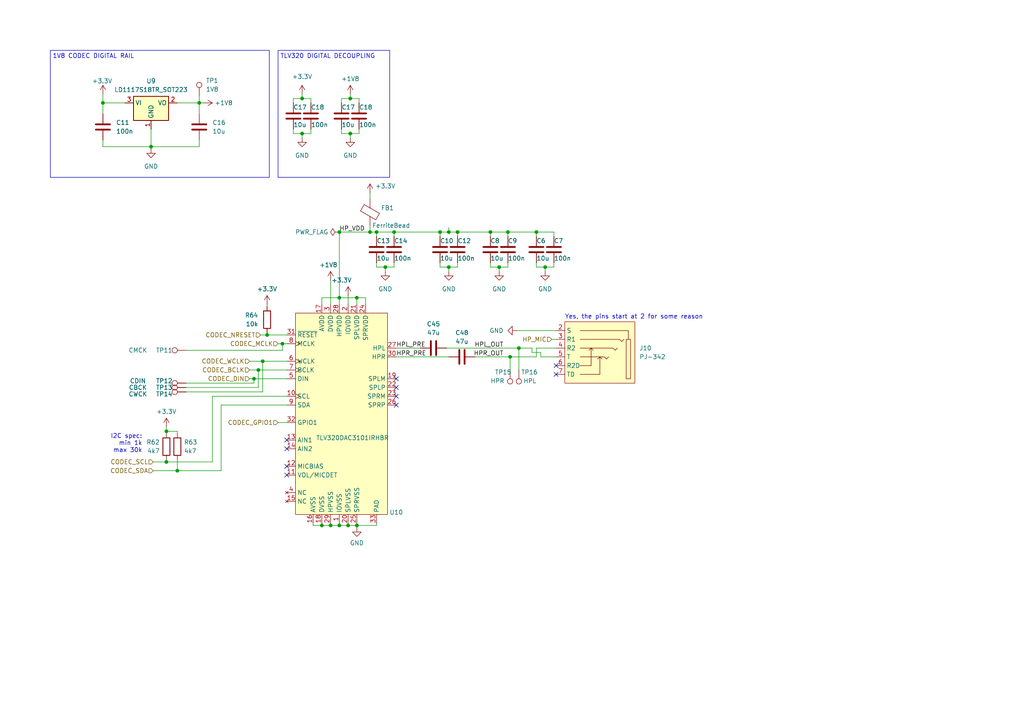
<source format=kicad_sch>
(kicad_sch (version 20230121) (generator eeschema)
  (paper "A4")
  (title_block (title "SBC DAC Interface"))
  (lib_symbols
    (symbol "Connector:TestPoint" (pin_numbers hide) (pin_names (offset 0.762) hide)
      (property "Reference" "TP" (at 0 6.858 0))
      (property "Value" "TestPoint" (at 0 5.08 0))
      (symbol "TestPoint_0_1"
        (circle (center 0 3.302) (radius 0.762))
      )
      (symbol "TestPoint_1_1"
        (pin passive line (at 0 0 90) (length 2.54) (name "1") (number "1"))
      )
    )
    (symbol "Device:C" (pin_numbers hide) (pin_names (offset 0.254))
      (property "Reference" "C" (at 0.635 2.54 0))
      (property "Value" "C" (at 0.635 -2.54 0))
      (symbol "C_0_1"
        (polyline (pts (xy -2.032 -0.762) (xy 2.032 -0.762)) (stroke (width 0.508)))
        (polyline (pts (xy -2.032 0.762) (xy 2.032 0.762)) (stroke (width 0.508)))
      )
      (symbol "C_1_1"
        (pin passive line (at 0 3.81 270) (length 2.794) (name "~") (number "1"))
        (pin passive line (at 0 -3.81 90) (length 2.794) (name "~") (number "2"))
      )
    )
    (symbol "Device:FerriteBead" (pin_numbers hide) (pin_names (offset 0))
      (property "Reference" "FB" (at -3.81 0.635 90))
      (property "Value" "FerriteBead" (at 3.81 0 90))
      (symbol "FerriteBead_0_1"
        (polyline (pts (xy 0 -1.27) (xy 0 -1.2192)))
        (polyline (pts (xy 0 1.27) (xy 0 1.2954)))
        (polyline (pts (xy -2.7686 0.4064) (xy -1.7018 2.2606) (xy 2.7686 -0.3048) (xy 1.6764 -2.159) (xy -2.7686 0.4064)))
      )
      (symbol "FerriteBead_1_1"
        (pin passive line (at 0 3.81 270) (length 2.54) (name "~") (number "1"))
        (pin passive line (at 0 -3.81 90) (length 2.54) (name "~") (number "2"))
      )
    )
    (symbol "Device:R" (pin_numbers hide) (pin_names (offset 0))
      (property "Reference" "R" (at 2.032 0 90))
      (property "Value" "R" (at 0 0 90))
      (symbol "R_0_1"
        (rectangle (start -1.016 -2.54) (end 1.016 2.54) (stroke (width 0.254)))
      )
      (symbol "R_1_1"
        (pin passive line (at 0 3.81 270) (length 1.27) (name "~") (number "1"))
        (pin passive line (at 0 -3.81 90) (length 1.27) (name "~") (number "2"))
      )
    )
    (symbol "Regulator_Linear:LD1117S18TR_SOT223"
      (property "Reference" "U" (at -3.81 3.175 0))
      (property "Value" "LD1117S18TR_SOT223" (at 0 3.175 0))
      (symbol "LD1117S18TR_SOT223_0_1"
        (rectangle (start -5.08 -5.08) (end 5.08 1.905) (stroke (width 0.254)) (fill (type background)))
      )
      (symbol "LD1117S18TR_SOT223_1_1"
        (pin power_in line (at 0 -7.62 90) (length 2.54) (name "GND") (number "1"))
        (pin power_out line (at 7.62 0 180) (length 2.54) (name "VO") (number "2"))
        (pin power_in line (at -7.62 0 0) (length 2.54) (name "VI") (number "3"))
      )
    )
    (symbol "power:+1V8" (power) (pin_names (offset 0))
      (property "Value" "+1V8" (at 0 3.556 0))
      (symbol "+1V8_0_1"
        (polyline (pts (xy -0.762 1.27) (xy 0 2.54)))
        (polyline (pts (xy 0 0) (xy 0 2.54)))
        (polyline (pts (xy 0 2.54) (xy 0.762 1.27)))
      )
      (symbol "+1V8_1_1"
        (pin power_in line (at 0 0 90) (length 0) hide (name "+1V8") (number "1"))
      )
    )
    (symbol "power:+3.3V" (power) (pin_names (offset 0))
      (property "Value" "+3.3V" (at 0 3.556 0))
      (symbol "+3.3V_0_1"
        (polyline (pts (xy -0.762 1.27) (xy 0 2.54)))
        (polyline (pts (xy 0 0) (xy 0 2.54)))
        (polyline (pts (xy 0 2.54) (xy 0.762 1.27)))
      )
      (symbol "+3.3V_1_1"
        (pin power_in line (at 0 0 90) (length 0) hide (name "+3.3V") (number "1"))
      )
    )
    (symbol "power:GND" (power) (pin_names (offset 0))
      (property "Value" "GND" (at 0 -3.81 0))
      (symbol "GND_0_1"
        (polyline (pts (xy 0 0) (xy 0 -1.27) (xy 1.27 -1.27) (xy 0 -2.54) (xy -1.27 -1.27) (xy 0 -1.27)))
      )
      (symbol "GND_1_1"
        (pin power_in line (at 0 0 270) (length 0) hide (name "GND") (number "1"))
      )
    )
    (symbol "power:PWR_FLAG" (power) (pin_numbers hide) (pin_names (offset 0) hide)
      (property "Value" "PWR_FLAG" (at 0 3.81 0))
      (symbol "PWR_FLAG_0_0"
        (pin power_out line (at 0 0 90) (length 0) (name "pwr") (number "1"))
      )
      (symbol "PWR_FLAG_0_1"
        (polyline (pts (xy 0 0) (xy 0 1.27) (xy -1.016 1.905) (xy 0 2.54) (xy 1.016 1.905) (xy 0 1.27)))
      )
    )
    (symbol "sbc_library:AudioJack_PJ-342"
      (property "Reference" "J" (at -3.81 2.54 0))
      (symbol "AudioJack_PJ-342_1_1"
        (polyline (pts (xy 4.445 -15.24) (xy 10.16 -15.24) (xy 10.16 -10.16)))
        (polyline (pts (xy 4.445 -12.7) (xy 7.62 -12.7) (xy 7.62 -7.62)))
        (polyline (pts (xy 4.445 -2.54) (xy 18.415 -2.54) (xy 18.415 -5.08)))
        (polyline (pts (xy 6.985 -8.255) (xy 7.62 -7.62) (xy 8.255 -8.255)))
        (polyline (pts (xy 9.525 -10.795) (xy 10.16 -10.16) (xy 10.795 -10.795)))
        (polyline (pts (xy 4.445 -10.16) (xy 11.43 -10.16) (xy 12.065 -10.795) (xy 12.7 -10.16)))
        (polyline (pts (xy 4.445 -7.62) (xy 13.97 -7.62) (xy 14.605 -8.255) (xy 15.24 -7.62)))
        (polyline (pts (xy 4.445 -5.08) (xy 15.875 -5.08) (xy 16.51 -5.715) (xy 17.145 -5.08)))
        (rectangle (start 0 0) (end 20.32 -17.78) (fill (type background)))
        (rectangle (start 17.78 -5.08) (end 19.05 -16.51) (fill (type background)))
        (pin power_in line (at -2.54 -2.54 0) (length 2.54) (name "S") (number "2"))
        (pin bidirectional line (at -2.54 -5.08 0) (length 2.54) (name "R1") (number "3"))
        (pin bidirectional line (at -2.54 -7.62 0) (length 2.54) (name "R2") (number "4"))
        (pin bidirectional line (at -2.54 -10.16 0) (length 2.54) (name "T") (number "5"))
        (pin bidirectional line (at -2.54 -12.7 0) (length 2.54) (name "R2D") (number "6"))
        (pin bidirectional line (at -2.54 -15.24 0) (length 2.54) (name "TD") (number "7"))
      )
    )
    (symbol "sbc_library:TLV320DAC3101"
      (property "Reference" "U" (at -17.78 31.75 0))
      (property "Value" "TLV320DAC3101" (at 0 -6.35 0))
      (symbol "TLV320DAC3101_1_1"
        (rectangle (start -16.51 29.21) (end 10.16 -29.21) (fill (type background)))
        (pin power_in line (at -3.81 -31.75 90) (length 2.54) (name "IOVSS") (number "1"))
        (pin bidirectional clock (at -19.05 5.08 0) (length 2.54) (name "SCL") (number "10"))
        (pin input line (at -19.05 -17.78 0) (length 2.54) (name "VOL/MICDET") (number "11"))
        (pin output line (at -19.05 -15.24 0) (length 2.54) (name "MICBIAS") (number "12"))
        (pin input line (at -19.05 -7.62 0) (length 2.54) (name "AIN1") (number "13"))
        (pin input line (at -19.05 -10.16 0) (length 2.54) (name "AIN2") (number "14"))
        (pin no_connect line (at -19.05 -25.4 0) (length 2.54) (name "NC") (number "15"))
        (pin power_in line (at -11.43 -31.75 90) (length 2.54) (name "AVSS") (number "16"))
        (pin power_in line (at -8.89 31.75 270) (length 2.54) (name "AVDD") (number "17"))
        (pin power_in line (at -8.89 -31.75 90) (length 2.54) (name "DVSS") (number "18"))
        (pin output line (at 12.7 10.16 180) (length 2.54) (name "SPLM") (number "19"))
        (pin power_in line (at -1.27 31.75 270) (length 2.54) (name "IOVDD") (number "2"))
        (pin power_in line (at -1.27 -31.75 90) (length 2.54) (name "SPLVSS") (number "20"))
        (pin power_in line (at 1.27 31.75 270) (length 2.54) (name "SPLVDD") (number "21"))
        (pin output line (at 12.7 7.62 180) (length 2.54) (name "SPLP") (number "22"))
        (pin output line (at 12.7 5.08 180) (length 2.54) (name "SPRM") (number "23"))
        (pin power_in line (at 3.81 31.75 270) (length 2.54) (name "SPRVDD") (number "24"))
        (pin power_in line (at 1.27 -31.75 90) (length 2.54) (name "SPRVSS") (number "25"))
        (pin output line (at 12.7 2.54 180) (length 2.54) (name "SPRP") (number "26"))
        (pin output line (at 12.7 19.05 180) (length 2.54) (name "HPL") (number "27"))
        (pin power_in line (at -3.81 31.75 270) (length 2.54) (name "HPVDD") (number "28"))
        (pin power_in line (at -6.35 -31.75 90) (length 2.54) (name "HPVSS") (number "29"))
        (pin power_in line (at -6.35 31.75 270) (length 2.54) (name "DVDD") (number "3"))
        (pin output line (at 12.7 16.51 180) (length 2.54) (name "HPR") (number "30"))
        (pin input line (at -19.05 22.86 0) (length 2.54) (name "~{RESET}") (number "31"))
        (pin bidirectional line (at -19.05 -2.54 0) (length 2.54) (name "GPIO1") (number "32"))
        (pin power_in line (at 6.985 -31.75 90) (length 2.54) (name "PAD") (number "33"))
        (pin no_connect line (at -19.05 -22.86 0) (length 2.54) (name "NC") (number "4"))
        (pin input line (at -19.05 10.16 0) (length 2.54) (name "DIN") (number "5"))
        (pin bidirectional clock (at -19.05 15.24 0) (length 2.54) (name "WCLK") (number "6"))
        (pin bidirectional clock (at -19.05 12.7 0) (length 2.54) (name "BCLK") (number "7"))
        (pin input clock (at -19.05 20.32 0) (length 2.54) (name "MCLK") (number "8"))
        (pin bidirectional line (at -19.05 2.54 0) (length 2.54) (name "SDA") (number "9"))
      )
    )
  )
  (junction (at 111.76 77.47))
  (junction (at 158.115 77.47))
  (junction (at 57.785 29.845))
  (junction (at 81.915 99.695))
  (junction (at 98.425 67.31))
  (junction (at 43.815 42.545))
  (junction (at 76.2 104.775))
  (junction (at 48.26 125.095))
  (junction (at 127.635 67.31))
  (junction (at 87.63 38.735))
  (junction (at 144.78 77.47))
  (junction (at 103.505 152.4))
  (junction (at 98.425 86.36))
  (junction (at 87.63 28.575))
  (junction (at 29.845 29.845))
  (junction (at 109.22 67.31))
  (junction (at 142.24 67.31))
  (junction (at 101.6 28.575))
  (junction (at 77.47 97.155))
  (junction (at 114.3 67.31))
  (junction (at 74.93 107.315))
  (junction (at 107.315 67.31))
  (junction (at 155.575 67.31))
  (junction (at 130.175 77.47))
  (junction (at 132.715 67.31))
  (junction (at 98.425 152.4))
  (junction (at 48.26 133.985))
  (junction (at 51.435 136.525))
  (junction (at 147.32 67.31))
  (junction (at 103.505 86.36))
  (junction (at 101.6 38.735))
  (junction (at 130.175 67.31))
  (junction (at 73.66 109.855))
  (junction (at 100.965 152.4))
  (junction (at 147.955 103.505))
  (junction (at 95.885 152.4))
  (junction (at 93.345 152.4))
  (junction (at 150.495 100.965))
  (no_connect (at 83.185 130.175))
  (no_connect (at 114.935 112.395))
  (no_connect (at 83.185 135.255))
  (no_connect (at 161.29 106.045))
  (no_connect (at 114.935 109.855))
  (no_connect (at 83.185 127.635))
  (no_connect (at 114.935 114.935))
  (no_connect (at 83.185 137.795))
  (no_connect (at 161.29 108.585))
  (no_connect (at 114.935 117.475))
  (wire (pts (xy 44.45 133.985) (xy 48.26 133.985)))
  (wire (pts (xy 73.66 109.855) (xy 73.66 111.125)))
  (wire (pts (xy 106.045 86.36) (xy 106.045 88.265)))
  (wire (pts (xy 61.595 133.985) (xy 61.595 114.935)))
  (wire (pts (xy 85.09 28.575) (xy 87.63 28.575)))
  (wire (pts (xy 72.39 104.775) (xy 76.2 104.775)))
  (wire (pts (xy 87.63 27.305) (xy 87.63 28.575)))
  (wire (pts (xy 80.645 99.695) (xy 81.915 99.695)))
  (wire (pts (xy 48.26 133.35) (xy 48.26 133.985)))
  (wire (pts (xy 61.595 114.935) (xy 83.185 114.935)))
  (wire (pts (xy 51.435 29.845) (xy 57.785 29.845)))
  (wire (pts (xy 142.24 68.58) (xy 142.24 67.31)))
  (wire (pts (xy 51.435 133.35) (xy 51.435 136.525)))
  (wire (pts (xy 101.6 40.005) (xy 101.6 38.735)))
  (wire (pts (xy 109.22 151.765) (xy 109.22 152.4)))
  (wire (pts (xy 53.975 101.6) (xy 81.915 101.6)))
  (wire (pts (xy 90.805 152.4) (xy 93.345 152.4)))
  (wire (pts (xy 156.845 102.235) (xy 156.845 103.505)))
  (wire (pts (xy 99.06 38.735) (xy 101.6 38.735)))
  (wire (pts (xy 29.845 42.545) (xy 43.815 42.545)))
  (wire (pts (xy 103.505 86.36) (xy 106.045 86.36)))
  (wire (pts (xy 127.635 77.47) (xy 130.175 77.47)))
  (wire (pts (xy 98.425 67.31) (xy 107.315 67.31)))
  (wire (pts (xy 80.645 122.555) (xy 83.185 122.555)))
  (wire (pts (xy 158.115 77.47) (xy 160.655 77.47)))
  (wire (pts (xy 74.93 107.315) (xy 83.185 107.315)))
  (wire (pts (xy 57.785 42.545) (xy 57.785 40.64)))
  (wire (pts (xy 93.345 86.36) (xy 98.425 86.36)))
  (wire (pts (xy 147.955 103.505) (xy 155.575 103.505)))
  (wire (pts (xy 85.09 38.735) (xy 87.63 38.735)))
  (wire (pts (xy 158.115 78.74) (xy 158.115 77.47)))
  (wire (pts (xy 107.315 65.405) (xy 107.315 67.31)))
  (wire (pts (xy 29.845 29.845) (xy 36.195 29.845)))
  (wire (pts (xy 95.885 151.765) (xy 95.885 152.4)))
  (wire (pts (xy 155.575 103.505) (xy 155.575 100.965)))
  (wire (pts (xy 149.86 95.885) (xy 161.29 95.885)))
  (wire (pts (xy 111.76 77.47) (xy 114.3 77.47)))
  (wire (pts (xy 154.305 100.965) (xy 154.305 102.235)))
  (wire (pts (xy 144.78 77.47) (xy 147.32 77.47)))
  (wire (pts (xy 29.845 27.305) (xy 29.845 29.845)))
  (wire (pts (xy 107.315 55.88) (xy 107.315 57.785)))
  (wire (pts (xy 87.63 28.575) (xy 90.17 28.575)))
  (wire (pts (xy 99.06 29.845) (xy 99.06 28.575)))
  (wire (pts (xy 147.32 67.31) (xy 155.575 67.31)))
  (wire (pts (xy 101.6 27.305) (xy 101.6 28.575)))
  (wire (pts (xy 155.575 67.31) (xy 160.655 67.31)))
  (wire (pts (xy 109.22 152.4) (xy 103.505 152.4)))
  (wire (pts (xy 109.22 68.58) (xy 109.22 67.31)))
  (wire (pts (xy 132.715 67.31) (xy 132.715 68.58)))
  (wire (pts (xy 72.39 109.855) (xy 73.66 109.855)))
  (wire (pts (xy 127.635 68.58) (xy 127.635 67.31)))
  (wire (pts (xy 160.655 77.47) (xy 160.655 76.2)))
  (wire (pts (xy 48.26 123.825) (xy 48.26 125.095)))
  (wire (pts (xy 111.76 78.74) (xy 111.76 77.47)))
  (wire (pts (xy 103.505 152.4) (xy 103.505 151.765)))
  (wire (pts (xy 155.575 100.965) (xy 161.29 100.965)))
  (wire (pts (xy 130.175 78.74) (xy 130.175 77.47)))
  (wire (pts (xy 155.575 68.58) (xy 155.575 67.31)))
  (wire (pts (xy 130.175 66.04) (xy 130.175 67.31)))
  (wire (pts (xy 150.495 100.965) (xy 150.495 107.315)))
  (wire (pts (xy 98.425 151.765) (xy 98.425 152.4)))
  (wire (pts (xy 77.47 97.155) (xy 77.47 96.52)))
  (wire (pts (xy 132.715 77.47) (xy 132.715 76.2)))
  (wire (pts (xy 100.965 151.765) (xy 100.965 152.4)))
  (wire (pts (xy 95.885 81.28) (xy 95.885 88.265)))
  (wire (pts (xy 127.635 76.2) (xy 127.635 77.47)))
  (wire (pts (xy 132.715 67.31) (xy 142.24 67.31)))
  (wire (pts (xy 93.345 151.765) (xy 93.345 152.4)))
  (wire (pts (xy 100.965 85.725) (xy 100.965 88.265)))
  (wire (pts (xy 29.845 29.845) (xy 29.845 33.02)))
  (wire (pts (xy 155.575 76.2) (xy 155.575 77.47)))
  (wire (pts (xy 142.24 76.2) (xy 142.24 77.47)))
  (wire (pts (xy 147.32 67.31) (xy 147.32 68.58)))
  (wire (pts (xy 98.425 86.36) (xy 98.425 88.265)))
  (wire (pts (xy 137.795 103.505) (xy 147.955 103.505)))
  (wire (pts (xy 160.655 67.31) (xy 160.655 68.58)))
  (wire (pts (xy 87.63 40.005) (xy 87.63 38.735)))
  (wire (pts (xy 57.785 29.845) (xy 59.055 29.845)))
  (wire (pts (xy 75.565 97.155) (xy 77.47 97.155)))
  (wire (pts (xy 107.315 67.31) (xy 109.22 67.31)))
  (wire (pts (xy 98.425 67.31) (xy 98.425 86.36)))
  (wire (pts (xy 154.305 102.235) (xy 156.845 102.235)))
  (wire (pts (xy 51.435 125.095) (xy 51.435 125.73)))
  (wire (pts (xy 64.135 117.475) (xy 83.185 117.475)))
  (wire (pts (xy 104.14 28.575) (xy 104.14 29.845)))
  (wire (pts (xy 129.54 100.965) (xy 150.495 100.965)))
  (wire (pts (xy 95.885 152.4) (xy 98.425 152.4)))
  (wire (pts (xy 85.09 29.845) (xy 85.09 28.575)))
  (wire (pts (xy 127.635 67.31) (xy 130.175 67.31)))
  (wire (pts (xy 147.955 103.505) (xy 147.955 107.315)))
  (wire (pts (xy 93.345 88.265) (xy 93.345 86.36)))
  (wire (pts (xy 156.845 103.505) (xy 161.29 103.505)))
  (wire (pts (xy 81.915 99.695) (xy 81.915 101.6)))
  (wire (pts (xy 99.06 28.575) (xy 101.6 28.575)))
  (wire (pts (xy 81.915 99.695) (xy 83.185 99.695)))
  (wire (pts (xy 99.06 37.465) (xy 99.06 38.735)))
  (wire (pts (xy 98.425 86.36) (xy 103.505 86.36)))
  (wire (pts (xy 43.815 42.545) (xy 43.815 43.18)))
  (wire (pts (xy 147.32 77.47) (xy 147.32 76.2)))
  (wire (pts (xy 64.135 136.525) (xy 64.135 117.475)))
  (wire (pts (xy 114.935 100.965) (xy 121.92 100.965)))
  (wire (pts (xy 57.785 27.94) (xy 57.785 29.845)))
  (wire (pts (xy 114.3 77.47) (xy 114.3 76.2)))
  (wire (pts (xy 109.22 76.2) (xy 109.22 77.47)))
  (wire (pts (xy 90.17 28.575) (xy 90.17 29.845)))
  (wire (pts (xy 142.24 67.31) (xy 147.32 67.31)))
  (wire (pts (xy 77.47 88.265) (xy 77.47 88.9)))
  (wire (pts (xy 83.185 97.155) (xy 77.47 97.155)))
  (wire (pts (xy 53.975 112.395) (xy 74.93 112.395)))
  (wire (pts (xy 114.3 67.31) (xy 114.3 68.58)))
  (wire (pts (xy 43.815 42.545) (xy 57.785 42.545)))
  (wire (pts (xy 109.22 77.47) (xy 111.76 77.47)))
  (wire (pts (xy 48.26 125.095) (xy 51.435 125.095)))
  (wire (pts (xy 98.425 152.4) (xy 100.965 152.4)))
  (wire (pts (xy 93.345 152.4) (xy 95.885 152.4)))
  (wire (pts (xy 76.2 104.775) (xy 83.185 104.775)))
  (wire (pts (xy 57.785 29.845) (xy 57.785 33.02)))
  (wire (pts (xy 114.935 103.505) (xy 130.175 103.505)))
  (wire (pts (xy 48.26 133.985) (xy 61.595 133.985)))
  (wire (pts (xy 73.66 109.855) (xy 83.185 109.855)))
  (wire (pts (xy 90.17 38.735) (xy 90.17 37.465)))
  (wire (pts (xy 76.2 104.775) (xy 76.2 113.665)))
  (wire (pts (xy 160.02 98.425) (xy 161.29 98.425)))
  (wire (pts (xy 101.6 28.575) (xy 104.14 28.575)))
  (wire (pts (xy 109.22 67.31) (xy 114.3 67.31)))
  (wire (pts (xy 155.575 77.47) (xy 158.115 77.47)))
  (wire (pts (xy 100.965 152.4) (xy 103.505 152.4)))
  (wire (pts (xy 85.09 37.465) (xy 85.09 38.735)))
  (wire (pts (xy 130.175 77.47) (xy 132.715 77.47)))
  (wire (pts (xy 104.14 38.735) (xy 104.14 37.465)))
  (wire (pts (xy 90.805 151.765) (xy 90.805 152.4)))
  (wire (pts (xy 150.495 100.965) (xy 154.305 100.965)))
  (wire (pts (xy 103.505 152.4) (xy 103.505 153.035)))
  (wire (pts (xy 101.6 38.735) (xy 104.14 38.735)))
  (wire (pts (xy 53.975 111.125) (xy 73.66 111.125)))
  (wire (pts (xy 43.815 37.465) (xy 43.815 42.545)))
  (wire (pts (xy 48.26 125.73) (xy 48.26 125.095)))
  (wire (pts (xy 142.24 77.47) (xy 144.78 77.47)))
  (wire (pts (xy 74.93 107.315) (xy 74.93 112.395)))
  (wire (pts (xy 103.505 86.36) (xy 103.505 88.265)))
  (wire (pts (xy 29.845 40.64) (xy 29.845 42.545)))
  (wire (pts (xy 87.63 38.735) (xy 90.17 38.735)))
  (wire (pts (xy 51.435 136.525) (xy 64.135 136.525)))
  (wire (pts (xy 144.78 78.74) (xy 144.78 77.47)))
  (wire (pts (xy 114.3 67.31) (xy 127.635 67.31)))
  (wire (pts (xy 44.45 136.525) (xy 51.435 136.525)))
  (wire (pts (xy 130.175 67.31) (xy 132.715 67.31)))
  (wire (pts (xy 53.975 113.665) (xy 76.2 113.665)))
  (wire (pts (xy 72.39 107.315) (xy 74.93 107.315)))
  (rectangle (start 80.645 14.605) (end 113.03 51.435))
  (rectangle (start 14.605 14.605) (end 78.105 51.435))
  (text "I2C spec:\nmin 1k\nmax 30k" (at 41.275 131.445 0) (effects (font (size 1.27 1.27)) (justify right bottom)))
  (text "1V8 CODEC DIGITAL RAIL" (at 15.24 17.145 0) (effects (font (size 1.27 1.27)) (justify left bottom)))
  (text "Yes, the pins start at 2 for some reason" (at 163.83 92.71 0) (effects (font (size 1.27 1.27)) (justify left bottom)))
  (text "TLV320 DIGITAL DECOUPLING" (at 81.28 17.145 0) (effects (font (size 1.27 1.27)) (justify left bottom)))
  (label "HP_VDD" (at 98.425 67.31 0))
  (label "HPR_PRE" (at 114.935 103.505 0))
  (label "HPL_PRE" (at 114.935 100.965 0))
  (label "HPR_OUT" (at 146.05 103.505 180))
  (label "HPL_OUT" (at 146.05 100.965 180))
  (hierarchical_label "HP_MIC" (shape input) (at 160.02 98.425 180))
  (hierarchical_label "CODEC_DIN" (shape input) (at 72.39 109.855 180))
  (hierarchical_label "CODEC_GPIO1" (shape input) (at 80.645 122.555 180))
  (hierarchical_label "CODEC_SCL" (shape input) (at 44.45 133.985 180))
  (hierarchical_label "CODEC_SDA" (shape input) (at 44.45 136.525 180))
  (hierarchical_label "CODEC_BCLK" (shape input) (at 72.39 107.315 180))
  (hierarchical_label "CODEC_WCLK" (shape input) (at 72.39 104.775 180))
  (hierarchical_label "CODEC_NRESET" (shape input) (at 75.565 97.155 180))
  (hierarchical_label "CODEC_MCLK" (shape input) (at 80.645 99.695 180))
  (symbol (lib_id "Connector:TestPoint") (at 53.975 113.665 90) (unit 1)
    (property "Reference" "TP14" (at 47.625 114.3 90))
    (property "Value" "CWCK" (at 40.005 114.3 90))
    (property "Footprint" "sbc:MyTP" (effects hide))
  )
  (symbol (lib_id "Device:C") (at 109.22 72.39 0) (unit 1)
    (property "Reference" "C13" (at 109.22 69.85 0) (effects (justify left)))
    (property "Value" "10u" (at 109.22 74.93 0) (effects (justify left)))
    (property "Footprint" "Capacitor_SMD:C_0603_1608Metric" (effects hide))
    (property "Part Name" "CL10A106MA8NRNC" (effects hide))
    (property "LCSC" "C96446" (effects hide))
    (instances (project "sbc3_pcb" (path "" (reference "C13") (unit 1)) (path "" (reference "C46") (unit 1))))
  )
  (symbol (lib_id "Device:C") (at 29.845 36.83 0) (unit 1)
    (property "Reference" "C11" (at 33.655 35.56 0) (effects (justify left)))
    (property "Value" "100n" (at 33.655 38.1 0) (effects (justify left)))
    (property "Footprint" "Capacitor_SMD:C_0402_1005Metric" (effects hide))
    (property "LCSC" "C1525" (effects hide))
    (property "Part Name" "CL05B104KO5NNNC" (effects hide))
    (instances (project "sbc3_pcb" (path "" (reference "C11") (unit 1)) (path "" (reference "C18") (unit 1))))
  )
  (symbol (lib_id "power:+1V8") (at 95.885 81.28 0) (unit 1)
    (property "Reference" "#PWR0110" (effects hide))
    (property "Value" "+1V8" (at 95.25 76.835 0))
  )
  (symbol (lib_id "power:GND") (at 103.505 153.035 0) (unit 1)
    (property "Reference" "#PWR0113" (effects hide))
    (property "Value" "GND" (at 103.505 157.48 0))
  )
  (symbol (lib_id "power:GND") (at 130.175 78.74 0) (unit 1)
    (property "Reference" "#PWR016" (effects hide))
    (property "Value" "GND" (at 130.175 83.82 0))
    (instances (project "sbc3_pcb" (path "" (reference "#PWR016") (unit 1)) (path "" (reference "#PWR0115") (unit 1))))
  )
  (symbol (lib_id "power:GND") (at 149.86 95.885 270) (unit 1)
    (property "Reference" "#PWR0120" (effects hide))
    (property "Value" "GND" (at 146.05 95.885 90) (effects (justify right)))
  )
  (symbol (lib_id "Device:C") (at 114.3 72.39 0) (unit 1)
    (property "Reference" "C14" (at 114.3 69.85 0) (effects (justify left)))
    (property "Value" "100n" (at 114.3 74.93 0) (effects (justify left)))
    (property "Footprint" "Capacitor_SMD:C_0402_1005Metric" (effects hide))
    (property "Part Name" "CL05B104KO5NNNC" (effects hide))
    (property "LCSC" "C1525" (effects hide))
    (instances (project "sbc3_pcb" (path "" (reference "C14") (unit 1)) (path "" (reference "C47") (unit 1))))
  )
  (symbol (lib_id "Device:C") (at 104.14 33.655 0) (unit 1)
    (property "Reference" "C18" (at 104.14 31.115 0) (effects (justify left)))
    (property "Value" "100n" (at 104.14 36.195 0) (effects (justify left)))
    (property "Footprint" "Capacitor_SMD:C_0402_1005Metric" (effects hide))
    (property "Part Name" "CL05B104KO5NNNC" (effects hide))
    (property "LCSC" "C1525" (effects hide))
    (instances (project "sbc3_pcb" (path "" (reference "C18") (unit 1)) (path "" (reference "C52") (unit 1))))
  )
  (symbol (lib_id "Connector:TestPoint") (at 57.785 27.94 0) (unit 1)
    (property "Reference" "TP1" (at 59.69 23.368 0) (effects (justify left)))
    (property "Value" "1V8" (at 59.69 25.908 0) (effects (justify left)))
    (property "Footprint" "sbc:MyTP" (effects hide))
    (instances (project "sbc3_pcb" (path "" (reference "TP1") (unit 1)) (path "" (reference "TP10") (unit 1))))
  )
  (symbol (lib_id "Device:R") (at 77.47 92.71 0) (mirror y) (unit 1)
    (property "Reference" "R64" (at 74.93 91.44 0) (effects (justify left)))
    (property "Value" "10k" (at 74.93 93.98 0) (effects (justify left)))
    (property "Footprint" "Resistor_SMD:R_0402_1005Metric" (effects hide))
    (property "Part Name" "0402WGF1002TCE" (effects hide))
    (property "LCSC" "C25744" (effects hide))
  )
  (symbol (lib_id "Device:C") (at 132.715 72.39 0) (unit 1)
    (property "Reference" "C12" (at 132.715 69.85 0) (effects (justify left)))
    (property "Value" "100n" (at 132.715 74.93 0) (effects (justify left)))
    (property "Footprint" "Capacitor_SMD:C_0402_1005Metric" (effects hide))
    (property "Part Name" "CL05B104KO5NNNC" (effects hide))
    (property "LCSC" "C1525" (effects hide))
    (instances (project "sbc3_pcb" (path "" (reference "C12") (unit 1)) (path "" (reference "C44") (unit 1))))
  )
  (symbol (lib_id "Connector:TestPoint") (at 150.495 107.315 180) (unit 1)
    (property "Reference" "TP16" (at 151.13 107.95 0) (effects (justify right)))
    (property "Value" "HPL" (at 151.765 110.49 0) (effects (justify right)))
    (property "Footprint" "sbc:MyTP" (effects hide))
  )
  (symbol (lib_id "Connector:TestPoint") (at 53.975 101.6 90) (unit 1)
    (property "Reference" "TP11" (at 47.625 101.6 90))
    (property "Value" "CMCK" (at 40.005 101.6 90))
    (property "Footprint" "sbc:MyTP" (effects hide))
  )
  (symbol (lib_id "Device:FerriteBead") (at 107.315 61.595 0) (unit 1)
    (property "Reference" "FB1" (at 110.49 60.325 0) (effects (justify left)))
    (property "Value" "FerriteBead" (at 107.95 65.405 0) (effects (justify left)))
    (property "Footprint" "Inductor_SMD:L_0805_2012Metric" (effects hide))
    (property "LCSC" "C1015" (effects hide))
    (property "Part Name" "GZ2012D101TF" (effects hide))
  )
  (symbol (lib_id "Device:C") (at 85.09 33.655 0) (unit 1)
    (property "Reference" "C17" (at 85.09 31.115 0) (effects (justify left)))
    (property "Value" "10u" (at 85.09 36.195 0) (effects (justify left)))
    (property "Footprint" "Capacitor_SMD:C_0603_1608Metric" (effects hide))
    (property "Part Name" "CL10A106MA8NRNC" (effects hide))
    (property "LCSC" "C96446" (effects hide))
    (instances (project "sbc3_pcb" (path "" (reference "C17") (unit 1)) (path "" (reference "C49") (unit 1))))
  )
  (symbol (lib_id "power:GND") (at 144.78 78.74 0) (unit 1)
    (property "Reference" "#PWR014" (effects hide))
    (property "Value" "GND" (at 144.78 83.82 0))
    (instances (project "sbc3_pcb" (path "" (reference "#PWR014") (unit 1)) (path "" (reference "#PWR0112") (unit 1))))
  )
  (symbol (lib_id "power:GND") (at 111.76 78.74 0) (unit 1)
    (property "Reference" "#PWR019" (effects hide))
    (property "Value" "GND" (at 111.76 83.82 0))
    (instances (project "sbc3_pcb" (path "" (reference "#PWR019") (unit 1)) (path "" (reference "#PWR0117") (unit 1))))
  )
  (symbol (lib_id "power:GND") (at 43.815 43.18 0) (unit 1)
    (property "Reference" "#PWR021" (effects hide))
    (property "Value" "GND" (at 43.815 48.26 0))
    (instances (project "sbc3_pcb" (path "" (reference "#PWR021") (unit 1)) (path "" (reference "#PWR0103") (unit 1))))
  )
  (symbol (lib_id "power:GND") (at 101.6 40.005 0) (unit 1)
    (property "Reference" "#PWR022" (effects hide))
    (property "Value" "GND" (at 101.6 45.085 0))
    (instances (project "sbc3_pcb" (path "" (reference "#PWR022") (unit 1)) (path "" (reference "#PWR0122") (unit 1))))
  )
  (symbol (lib_id "Connector:TestPoint") (at 53.975 111.125 90) (unit 1)
    (property "Reference" "TP12" (at 47.625 110.49 90))
    (property "Value" "CDIN" (at 40.005 110.49 90))
    (property "Footprint" "sbc:MyTP" (effects hide))
  )
  (symbol (lib_id "power:+3.3V") (at 87.63 27.305 0) (unit 1)
    (property "Reference" "#PWR021" (effects hide))
    (property "Value" "+3.3V" (at 87.63 22.225 0))
    (instances (project "sbc3_pcb" (path "" (reference "#PWR021") (unit 1)) (path "" (reference "#PWR0118") (unit 1))))
  )
  (symbol (lib_id "Device:C") (at 160.655 72.39 0) (unit 1)
    (property "Reference" "C7" (at 160.655 69.85 0) (effects (justify left)))
    (property "Value" "100n" (at 160.655 74.93 0) (effects (justify left)))
    (property "Footprint" "Capacitor_SMD:C_0402_1005Metric" (effects hide))
    (property "Part Name" "CL05B104KO5NNNC" (effects hide))
    (property "LCSC" "C1525" (effects hide))
    (instances (project "sbc3_pcb" (path "" (reference "C7") (unit 1)) (path "" (reference "C40") (unit 1))))
  )
  (symbol (lib_id "power:+3.3V") (at 100.965 85.725 0) (unit 1)
    (property "Reference" "#PWR0109" (effects hide))
    (property "Value" "+3.3V" (at 99.06 81.28 0))
  )
  (symbol (lib_id "Device:C") (at 133.985 103.505 270) (unit 1)
    (property "Reference" "C48" (at 133.985 96.52 90))
    (property "Value" "47u" (at 133.985 99.06 90))
    (property "Footprint" "Capacitor_SMD:C_1206_3216Metric" (effects hide))
    (property "Part Name" "CL31A476MPHNNNE" (effects hide))
    (property "LCSC" "C96123" (effects hide))
  )
  (symbol (lib_id "Device:R") (at 48.26 129.54 0) (mirror y) (unit 1)
    (property "Reference" "R62" (at 46.355 128.27 0) (effects (justify left)))
    (property "Value" "4k7" (at 46.355 130.81 0) (effects (justify left)))
    (property "Footprint" "Resistor_SMD:R_0805_2012Metric" (effects hide))
    (property "Part Name" "0805W8F4701T5E" (effects hide))
    (property "LCSC" "C17673" (effects hide))
  )
  (symbol (lib_id "Device:C") (at 155.575 72.39 0) (unit 1)
    (property "Reference" "C6" (at 155.575 69.85 0) (effects (justify left)))
    (property "Value" "10u" (at 155.575 74.93 0) (effects (justify left)))
    (property "Footprint" "Capacitor_SMD:C_0603_1608Metric" (effects hide))
    (property "Part Name" "CL10A106MA8NRNC" (effects hide))
    (property "LCSC" "C96446" (effects hide))
    (instances (project "sbc3_pcb" (path "" (reference "C6") (unit 1)) (path "" (reference "C39") (unit 1))))
  )
  (symbol (lib_id "power:+3.3V") (at 48.26 123.825 0) (unit 1)
    (property "Reference" "#PWR0104" (effects hide))
    (property "Value" "+3.3V" (at 48.26 119.38 0))
  )
  (symbol (lib_id "Connector:TestPoint") (at 53.975 112.395 90) (unit 1)
    (property "Reference" "TP13" (at 47.625 112.395 90))
    (property "Value" "CBCK" (at 40.005 112.395 90))
    (property "Footprint" "sbc:MyTP" (effects hide))
  )
  (symbol (lib_id "Device:C") (at 90.17 33.655 0) (unit 1)
    (property "Reference" "C18" (at 90.17 31.115 0) (effects (justify left)))
    (property "Value" "100n" (at 90.17 36.195 0) (effects (justify left)))
    (property "Footprint" "Capacitor_SMD:C_0402_1005Metric" (effects hide))
    (property "Part Name" "CL05B104KO5NNNC" (effects hide))
    (property "LCSC" "C1525" (effects hide))
    (instances (project "sbc3_pcb" (path "" (reference "C18") (unit 1)) (path "" (reference "C50") (unit 1))))
  )
  (symbol (lib_id "power:+1V8") (at 59.055 29.845 270) (unit 1)
    (property "Reference" "#PWR0105" (effects hide))
    (property "Value" "+1V8" (at 62.23 29.845 90) (effects (justify left)))
  )
  (symbol (lib_id "power:PWR_FLAG") (at 98.425 67.31 90) (unit 1)
    (property "Reference" "#FLG02" (effects hide))
    (property "Value" "PWR_FLAG" (at 95.25 67.31 90) (effects (justify left)))
  )
  (symbol (lib_id "power:+1V8") (at 101.6 27.305 0) (unit 1)
    (property "Reference" "#PWR0121" (effects hide))
    (property "Value" "+1V8" (at 101.6 22.86 0))
  )
  (symbol (lib_id "Device:C") (at 125.73 100.965 270) (unit 1)
    (property "Reference" "C45" (at 125.73 93.98 90))
    (property "Value" "47u" (at 125.73 96.52 90))
    (property "Footprint" "Capacitor_SMD:C_1206_3216Metric" (effects hide))
    (property "Part Name" "CL31A476MPHNNNE" (effects hide))
    (property "LCSC" "C96123" (effects hide))
  )
  (symbol (lib_id "Device:C") (at 127.635 72.39 0) (unit 1)
    (property "Reference" "C10" (at 127.635 69.85 0) (effects (justify left)))
    (property "Value" "10u" (at 127.635 74.93 0) (effects (justify left)))
    (property "Footprint" "Capacitor_SMD:C_0603_1608Metric" (effects hide))
    (property "Part Name" "CL10A106MA8NRNC" (effects hide))
    (property "LCSC" "C96446" (effects hide))
    (instances (project "sbc3_pcb" (path "" (reference "C10") (unit 1)) (path "" (reference "C43") (unit 1))))
  )
  (symbol (lib_id "sbc_library:TLV320DAC3101") (at 102.235 120.015 0) (unit 1)
    (property "Reference" "U10" (at 114.935 148.59 0))
    (property "Value" "TLV320DAC3101IRHBR" (at 102.235 127 0))
    (property "Footprint" "Package_DFN_QFN:VQFN-32-1EP_5x5mm_P0.5mm_EP3.15x3.15mm" (effects hide))
    (property "Part Name" "TLV320DAC3101IRHBR" (effects hide))
    (property "LCSC" "C2651664" (effects hide))
  )
  (symbol (lib_id "Device:C") (at 99.06 33.655 0) (unit 1)
    (property "Reference" "C17" (at 99.06 31.115 0) (effects (justify left)))
    (property "Value" "10u" (at 99.06 36.195 0) (effects (justify left)))
    (property "Footprint" "Capacitor_SMD:C_0603_1608Metric" (effects hide))
    (property "Part Name" "CL10A106MA8NRNC" (effects hide))
    (property "LCSC" "C96446" (effects hide))
    (instances (project "sbc3_pcb" (path "" (reference "C17") (unit 1)) (path "" (reference "C51") (unit 1))))
  )
  (symbol (lib_id "Device:C") (at 147.32 72.39 0) (unit 1)
    (property "Reference" "C9" (at 147.32 69.85 0) (effects (justify left)))
    (property "Value" "100n" (at 147.32 74.93 0) (effects (justify left)))
    (property "Footprint" "Capacitor_SMD:C_0402_1005Metric" (effects hide))
    (property "Part Name" "CL05B104KO5NNNC" (effects hide))
    (property "LCSC" "C1525" (effects hide))
    (instances (project "sbc3_pcb" (path "" (reference "C9") (unit 1)) (path "" (reference "C42") (unit 1))))
  )
  (symbol (lib_id "power:+3.3V") (at 29.845 27.305 0) (unit 1)
    (property "Reference" "#PWR0102" (effects hide))
    (property "Value" "+3.3V" (at 26.67 23.495 0) (effects (justify left)))
  )
  (symbol (lib_id "Device:C") (at 142.24 72.39 0) (unit 1)
    (property "Reference" "C8" (at 142.24 69.85 0) (effects (justify left)))
    (property "Value" "10u" (at 142.24 74.93 0) (effects (justify left)))
    (property "Footprint" "Capacitor_SMD:C_0603_1608Metric" (effects hide))
    (property "Part Name" "CL10A106MA8NRNC" (effects hide))
    (property "LCSC" "C96446" (effects hide))
    (instances (project "sbc3_pcb" (path "" (reference "C8") (unit 1)) (path "" (reference "C41") (unit 1))))
  )
  (symbol (lib_id "sbc_library:AudioJack_PJ-342") (at 163.83 93.345 0) (unit 1)
    (property "Reference" "J10" (at 185.42 100.965 0) (effects (justify left)))
    (property "Value" "PJ-342" (at 185.42 103.505 0) (effects (justify left)))
    (property "Footprint" "sbc:PJ-342" (effects hide))
  )
  (symbol (lib_id "power:+3.3V") (at 77.47 88.265 0) (unit 1)
    (property "Reference" "#PWR0106" (effects hide))
    (property "Value" "+3.3V" (at 77.47 83.82 0))
  )
  (symbol (lib_id "Regulator_Linear:LD1117S18TR_SOT223") (at 43.815 29.845 0) (unit 1)
    (property "Reference" "U9" (at 43.815 23.495 0))
    (property "Value" "LD1117S18TR_SOT223" (at 43.815 26.035 0))
    (property "Footprint" "Package_TO_SOT_SMD:SOT-223-3_TabPin2" (effects hide))
    (property "Datasheet" "http://www.st.com/st-web-ui/static/active/en/resource/technical/document/datasheet/CD00000544.pdf" (effects hide))
    (property "LCSC" "C80598" (effects hide))
    (property "Part Name" "LD1117S18TR" (effects hide))
  )
  (symbol (lib_id "Device:R") (at 51.435 129.54 0) (unit 1)
    (property "Reference" "R63" (at 53.34 128.27 0) (effects (justify left)))
    (property "Value" "4k7" (at 53.34 130.81 0) (effects (justify left)))
    (property "Footprint" "Resistor_SMD:R_0805_2012Metric" (effects hide))
    (property "Part Name" "0805W8F4701T5E" (effects hide))
    (property "LCSC" "C17673" (effects hide))
  )
  (symbol (lib_id "power:+3.3V") (at 107.315 55.88 0) (unit 1)
    (property "Reference" "#PWR018" (effects hide))
    (property "Value" "+3.3V" (at 111.76 53.975 0))
    (instances (project "sbc3_pcb" (path "" (reference "#PWR018") (unit 1)) (path "" (reference "#PWR0116") (unit 1))))
  )
  (symbol (lib_id "Device:C") (at 57.785 36.83 0) (unit 1)
    (property "Reference" "C16" (at 61.595 35.56 0) (effects (justify left)))
    (property "Value" "10u" (at 61.595 38.1 0) (effects (justify left)))
    (property "Footprint" "Capacitor_SMD:C_0603_1608Metric" (effects hide))
    (property "LCSC" "C96446" (effects hide))
    (property "Part Name" "CL10A106MA8NRNC" (effects hide))
    (instances (project "sbc3_pcb" (path "" (reference "C16") (unit 1)) (path "" (reference "C36") (unit 1))))
  )
  (symbol (lib_id "power:GND") (at 87.63 40.005 0) (unit 1)
    (property "Reference" "#PWR022" (effects hide))
    (property "Value" "GND" (at 87.63 45.085 0))
    (instances (project "sbc3_pcb" (path "" (reference "#PWR022") (unit 1)) (path "" (reference "#PWR0119") (unit 1))))
  )
  (symbol (lib_id "power:GND") (at 158.115 78.74 0) (unit 1)
    (property "Reference" "#PWR012" (effects hide))
    (property "Value" "GND" (at 158.115 83.82 0))
    (instances (project "sbc3_pcb" (path "" (reference "#PWR012") (unit 1)) (path "" (reference "#PWR0108") (unit 1))))
  )
  (symbol (lib_id "Connector:TestPoint") (at 147.955 107.315 180) (unit 1)
    (property "Reference" "TP15" (at 143.51 107.95 0) (effects (justify right)))
    (property "Value" "HPR" (at 142.24 110.49 0) (effects (justify right)))
    (property "Footprint" "sbc:MyTP" (effects hide))
  )
)
</source>
